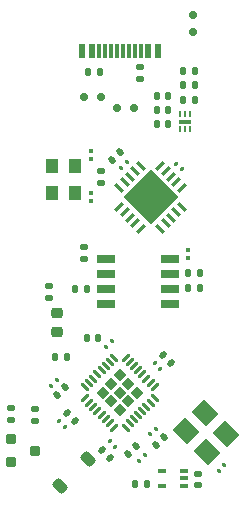
<source format=gbr>
%TF.GenerationSoftware,KiCad,Pcbnew,7.0.2*%
%TF.CreationDate,2023-05-30T01:45:27-07:00*%
%TF.ProjectId,iCEGenius,69434547-656e-4697-9573-2e6b69636164,rev?*%
%TF.SameCoordinates,Original*%
%TF.FileFunction,Paste,Top*%
%TF.FilePolarity,Positive*%
%FSLAX46Y46*%
G04 Gerber Fmt 4.6, Leading zero omitted, Abs format (unit mm)*
G04 Created by KiCad (PCBNEW 7.0.2) date 2023-05-30 01:45:27*
%MOMM*%
%LPD*%
G01*
G04 APERTURE LIST*
G04 Aperture macros list*
%AMRoundRect*
0 Rectangle with rounded corners*
0 $1 Rounding radius*
0 $2 $3 $4 $5 $6 $7 $8 $9 X,Y pos of 4 corners*
0 Add a 4 corners polygon primitive as box body*
4,1,4,$2,$3,$4,$5,$6,$7,$8,$9,$2,$3,0*
0 Add four circle primitives for the rounded corners*
1,1,$1+$1,$2,$3*
1,1,$1+$1,$4,$5*
1,1,$1+$1,$6,$7*
1,1,$1+$1,$8,$9*
0 Add four rect primitives between the rounded corners*
20,1,$1+$1,$2,$3,$4,$5,0*
20,1,$1+$1,$4,$5,$6,$7,0*
20,1,$1+$1,$6,$7,$8,$9,0*
20,1,$1+$1,$8,$9,$2,$3,0*%
%AMRotRect*
0 Rectangle, with rotation*
0 The origin of the aperture is its center*
0 $1 length*
0 $2 width*
0 $3 Rotation angle, in degrees counterclockwise*
0 Add horizontal line*
21,1,$1,$2,0,0,$3*%
G04 Aperture macros list end*
%ADD10RoundRect,0.135000X0.135000X0.185000X-0.135000X0.185000X-0.135000X-0.185000X0.135000X-0.185000X0*%
%ADD11RoundRect,0.140000X0.140000X0.170000X-0.140000X0.170000X-0.140000X-0.170000X0.140000X-0.170000X0*%
%ADD12R,1.100000X1.300000*%
%ADD13RoundRect,0.079500X0.100500X-0.079500X0.100500X0.079500X-0.100500X0.079500X-0.100500X-0.079500X0*%
%ADD14RoundRect,0.135000X0.185000X-0.135000X0.185000X0.135000X-0.185000X0.135000X-0.185000X-0.135000X0*%
%ADD15RoundRect,0.079500X-0.100500X0.079500X-0.100500X-0.079500X0.100500X-0.079500X0.100500X0.079500X0*%
%ADD16RoundRect,0.140000X-0.021213X0.219203X-0.219203X0.021213X0.021213X-0.219203X0.219203X-0.021213X0*%
%ADD17RoundRect,0.079500X-0.127279X-0.014849X-0.014849X-0.127279X0.127279X0.014849X0.014849X0.127279X0*%
%ADD18RoundRect,0.140000X-0.219203X-0.021213X-0.021213X-0.219203X0.219203X0.021213X0.021213X0.219203X0*%
%ADD19RoundRect,0.140000X0.021213X-0.219203X0.219203X-0.021213X-0.021213X0.219203X-0.219203X0.021213X0*%
%ADD20RoundRect,0.200000X-0.250000X-0.200000X0.250000X-0.200000X0.250000X0.200000X-0.250000X0.200000X0*%
%ADD21RoundRect,0.135000X-0.185000X0.135000X-0.185000X-0.135000X0.185000X-0.135000X0.185000X0.135000X0*%
%ADD22RoundRect,0.218750X-0.256250X0.218750X-0.256250X-0.218750X0.256250X-0.218750X0.256250X0.218750X0*%
%ADD23RotRect,1.500000X1.700000X225.000000*%
%ADD24RoundRect,0.062500X-0.220971X0.309359X-0.309359X0.220971X0.220971X-0.309359X0.309359X-0.220971X0*%
%ADD25RoundRect,0.062500X0.220971X0.309359X-0.309359X-0.220971X-0.220971X-0.309359X0.309359X0.220971X0*%
%ADD26RoundRect,0.207500X0.000000X0.293449X-0.293449X0.000000X0.000000X-0.293449X0.293449X0.000000X0*%
%ADD27R,1.525000X0.700000*%
%ADD28R,0.650000X0.400000*%
%ADD29RoundRect,0.135000X-0.135000X-0.185000X0.135000X-0.185000X0.135000X0.185000X-0.135000X0.185000X0*%
%ADD30R,0.600000X1.150000*%
%ADD31R,0.300000X1.150000*%
%ADD32RotRect,3.350000X3.350000X45.000000*%
%ADD33RotRect,0.350000X0.850000X45.000000*%
%ADD34RotRect,0.350000X0.850000X135.000000*%
%ADD35R,0.200000X0.600000*%
%ADD36R,0.990000X0.350000*%
%ADD37RoundRect,0.150000X0.150000X0.200000X-0.150000X0.200000X-0.150000X-0.200000X0.150000X-0.200000X0*%
%ADD38RoundRect,0.150000X0.200000X-0.150000X0.200000X0.150000X-0.200000X0.150000X-0.200000X-0.150000X0*%
%ADD39RoundRect,0.150000X-0.150000X-0.200000X0.150000X-0.200000X0.150000X0.200000X-0.150000X0.200000X0*%
%ADD40RoundRect,0.225000X-0.106066X0.424264X-0.424264X0.106066X0.106066X-0.424264X0.424264X-0.106066X0*%
%ADD41RoundRect,0.079500X0.014849X-0.127279X0.127279X-0.014849X-0.014849X0.127279X-0.127279X0.014849X0*%
%ADD42RoundRect,0.079500X-0.014849X0.127279X-0.127279X0.014849X0.014849X-0.127279X0.127279X-0.014849X0*%
%ADD43RoundRect,0.140000X0.170000X-0.140000X0.170000X0.140000X-0.170000X0.140000X-0.170000X-0.140000X0*%
%ADD44RoundRect,0.140000X-0.140000X-0.170000X0.140000X-0.170000X0.140000X0.170000X-0.140000X0.170000X0*%
G04 APERTURE END LIST*
D10*
%TO.C,R8*%
X151519999Y-109400000D03*
X150499999Y-109400000D03*
%TD*%
D11*
%TO.C,C26*%
X154160000Y-107800000D03*
X153200000Y-107800000D03*
%TD*%
D12*
%TO.C,Y1*%
X152175000Y-95550000D03*
X152175000Y-93250000D03*
X150275000Y-93250000D03*
X150275000Y-95550000D03*
%TD*%
D13*
%TO.C,C11*%
X153600000Y-92645000D03*
X153600000Y-91955000D03*
%TD*%
D14*
%TO.C,R3*%
X154400000Y-93690000D03*
X154400000Y-94710000D03*
%TD*%
D15*
%TO.C,C12*%
X153600000Y-96245000D03*
X153600000Y-95555000D03*
%TD*%
D16*
%TO.C,C28*%
X151339411Y-111960589D03*
X150660589Y-112639411D03*
%TD*%
D17*
%TO.C,C21*%
X150856048Y-114856048D03*
X151343952Y-115343952D03*
%TD*%
D18*
%TO.C,C20*%
X151560589Y-114160589D03*
X152239411Y-114839411D03*
%TD*%
D19*
%TO.C,C9*%
X155360589Y-92739411D03*
X156039411Y-92060589D03*
%TD*%
D20*
%TO.C,Q1*%
X146800000Y-116400000D03*
X146800000Y-118300000D03*
X148800000Y-117350000D03*
%TD*%
D21*
%TO.C,R10*%
X150000000Y-103377500D03*
X150000000Y-104397500D03*
%TD*%
D22*
%TO.C,D5*%
X150700000Y-105712500D03*
X150700000Y-107287500D03*
%TD*%
D23*
%TO.C,Y2*%
X164975843Y-115920208D03*
X163179792Y-114124157D03*
X161624157Y-115679792D03*
X163420208Y-117475843D03*
%TD*%
D24*
%TO.C,U3*%
X158961010Y-112925126D03*
X158607456Y-113278679D03*
X158253903Y-113632233D03*
X157900349Y-113985786D03*
X157546796Y-114339339D03*
X157193243Y-114692893D03*
X156839689Y-115046446D03*
X156486136Y-115400000D03*
D25*
X155513864Y-115400000D03*
X155160311Y-115046446D03*
X154806757Y-114692893D03*
X154453204Y-114339339D03*
X154099651Y-113985786D03*
X153746097Y-113632233D03*
X153392544Y-113278679D03*
X153038990Y-112925126D03*
D24*
X153038990Y-111952854D03*
X153392544Y-111599301D03*
X153746097Y-111245747D03*
X154099651Y-110892194D03*
X154453204Y-110538641D03*
X154806757Y-110185087D03*
X155160311Y-109831534D03*
X155513864Y-109477980D03*
D25*
X156486136Y-109477980D03*
X156839689Y-109831534D03*
X157193243Y-110185087D03*
X157546796Y-110538641D03*
X157900349Y-110892194D03*
X158253903Y-111245747D03*
X158607456Y-111599301D03*
X158961010Y-111952854D03*
D26*
X156728320Y-111710670D03*
X156000000Y-112438990D03*
X155271680Y-113167310D03*
X156728320Y-113167310D03*
X156000000Y-110982350D03*
X157456640Y-112438990D03*
X154543360Y-112438990D03*
X156000000Y-113895630D03*
X155271680Y-111710670D03*
%TD*%
D27*
%TO.C,U2*%
X160212000Y-101095000D03*
X160212000Y-102365000D03*
X160212000Y-103635000D03*
X160212000Y-104905000D03*
X154788000Y-104905000D03*
X154788000Y-103635000D03*
X154788000Y-102365000D03*
X154788000Y-101095000D03*
%TD*%
D28*
%TO.C,U1*%
X161450000Y-120350000D03*
X161450000Y-119700000D03*
X161450000Y-119050000D03*
X159550000Y-119050000D03*
X159550000Y-120350000D03*
%TD*%
D14*
%TO.C,R11*%
X146800000Y-114760000D03*
X146800000Y-113740000D03*
%TD*%
%TO.C,R9*%
X148800000Y-114810000D03*
X148800000Y-113790000D03*
%TD*%
%TO.C,R7*%
X153000000Y-100090000D03*
X153000000Y-101110000D03*
%TD*%
D29*
%TO.C,R6*%
X162810000Y-103600000D03*
X161790000Y-103600000D03*
%TD*%
%TO.C,R5*%
X153210000Y-103700000D03*
X152190000Y-103700000D03*
%TD*%
D10*
%TO.C,R4*%
X161790000Y-102300000D03*
X162810000Y-102300000D03*
%TD*%
%TO.C,R2*%
X154310000Y-85300000D03*
X153290000Y-85300000D03*
%TD*%
D21*
%TO.C,R1*%
X157700000Y-84890000D03*
X157700000Y-85910000D03*
%TD*%
D30*
%TO.C,J1*%
X159210000Y-83475000D03*
X158410000Y-83475000D03*
D31*
X157260000Y-83475000D03*
X156260000Y-83475000D03*
X155760000Y-83475000D03*
X154760000Y-83475000D03*
D30*
X153610000Y-83475000D03*
X152810000Y-83475000D03*
X152810000Y-83475000D03*
X153610000Y-83475000D03*
D31*
X154260000Y-83475000D03*
X155260000Y-83475000D03*
X156760000Y-83475000D03*
X157760000Y-83475000D03*
D30*
X158410000Y-83475000D03*
X159210000Y-83475000D03*
%TD*%
D32*
%TO.C,IC2*%
X158600000Y-95900000D03*
D33*
X155948350Y-95086827D03*
X156407969Y-94627208D03*
X156867588Y-94167588D03*
X157327208Y-93707969D03*
X157786827Y-93248350D03*
D34*
X159413173Y-93248350D03*
X159872792Y-93707969D03*
X160332412Y-94167588D03*
X160792031Y-94627208D03*
X161251650Y-95086827D03*
D33*
X161251650Y-96713173D03*
X160792031Y-97172792D03*
X160332412Y-97632412D03*
X159872792Y-98092031D03*
X159413173Y-98551650D03*
D34*
X157786827Y-98551650D03*
X157327208Y-98092031D03*
X156867588Y-97632412D03*
X156407969Y-97172792D03*
X155948350Y-96713173D03*
%TD*%
D35*
%TO.C,IC1*%
X161100000Y-90150000D03*
X161500000Y-90150000D03*
X161900000Y-90150000D03*
X161900000Y-88850000D03*
X161500000Y-88850000D03*
X161100000Y-88850000D03*
D36*
X161500000Y-89500000D03*
%TD*%
D37*
%TO.C,D4*%
X153000000Y-87400000D03*
X154400000Y-87400000D03*
%TD*%
D38*
%TO.C,D3*%
X162200000Y-80500000D03*
X162200000Y-81900000D03*
%TD*%
D39*
%TO.C,D2*%
X157200000Y-88300000D03*
X155800000Y-88300000D03*
%TD*%
D40*
%TO.C,D1*%
X153266726Y-118033274D03*
X150933274Y-120366726D03*
%TD*%
D41*
%TO.C,C29*%
X154856048Y-108543952D03*
X155343952Y-108056048D03*
%TD*%
D42*
%TO.C,C27*%
X150643952Y-111356048D03*
X150156048Y-111843952D03*
%TD*%
D17*
%TO.C,C25*%
X158956048Y-109956048D03*
X159443952Y-110443952D03*
%TD*%
D18*
%TO.C,C24*%
X159660589Y-109260589D03*
X160339411Y-109939411D03*
%TD*%
D42*
%TO.C,C23*%
X159043952Y-115476048D03*
X158556048Y-115963952D03*
%TD*%
D16*
%TO.C,C22*%
X159705096Y-116229117D03*
X159026274Y-116907939D03*
%TD*%
D42*
%TO.C,C19*%
X158103087Y-117738406D03*
X157615183Y-118226310D03*
%TD*%
D16*
%TO.C,C18*%
X157339411Y-116960589D03*
X156660589Y-117639411D03*
%TD*%
D17*
%TO.C,C17*%
X155135876Y-116521662D03*
X155623780Y-117009566D03*
%TD*%
D18*
%TO.C,C16*%
X154460589Y-117260589D03*
X155139411Y-117939411D03*
%TD*%
D41*
%TO.C,C15*%
X164356048Y-119043952D03*
X164843952Y-118556048D03*
%TD*%
D13*
%TO.C,C14*%
X161800000Y-100355000D03*
X161800000Y-101045000D03*
%TD*%
D17*
%TO.C,C13*%
X160756048Y-93056048D03*
X161243952Y-93543952D03*
%TD*%
D41*
%TO.C,C10*%
X156081838Y-93403087D03*
X156569742Y-92915183D03*
%TD*%
D11*
%TO.C,C8*%
X158280000Y-120200000D03*
X157320000Y-120200000D03*
%TD*%
D43*
%TO.C,C7*%
X162600000Y-120300000D03*
X162600000Y-119340000D03*
%TD*%
D11*
%TO.C,C6*%
X160080000Y-87300000D03*
X159120000Y-87300000D03*
%TD*%
%TO.C,C5*%
X160080000Y-88500000D03*
X159120000Y-88500000D03*
%TD*%
%TO.C,C4*%
X160080000Y-89700000D03*
X159120000Y-89700000D03*
%TD*%
D44*
%TO.C,C3*%
X161365000Y-87700001D03*
X162325000Y-87700001D03*
%TD*%
%TO.C,C2*%
X161365000Y-86400001D03*
X162325000Y-86400001D03*
%TD*%
%TO.C,C1*%
X161365000Y-85170003D03*
X162325000Y-85170003D03*
%TD*%
M02*

</source>
